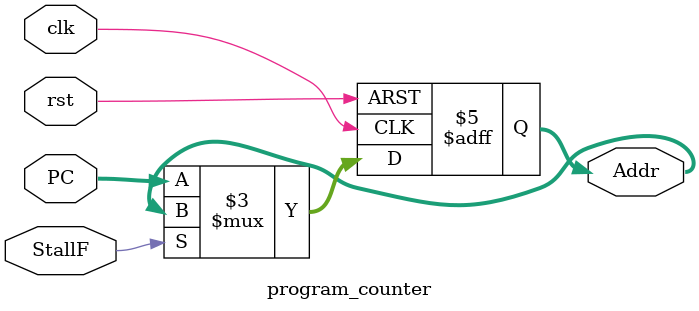
<source format=sv>
module program_counter (
	input  logic clk,rst, StallF,
	input  logic [31:0] PC,
	output logic [31:0] Addr
);

	always_ff @(posedge clk or posedge rst) begin
	 if (rst) 
	   		Addr <= 32'd0;
	 else if (StallF)
			Addr <= Addr;
	 else
	 	    Addr <= PC;
	end	
endmodule

</source>
